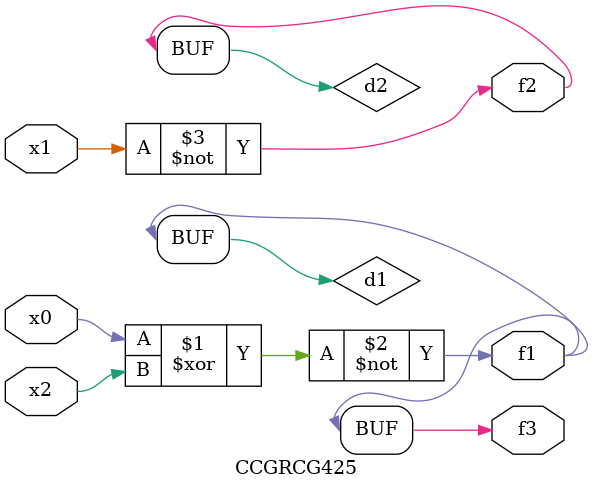
<source format=v>
module CCGRCG425(
	input x0, x1, x2,
	output f1, f2, f3
);

	wire d1, d2, d3;

	xnor (d1, x0, x2);
	nand (d2, x1);
	nor (d3, x1, x2);
	assign f1 = d1;
	assign f2 = d2;
	assign f3 = d1;
endmodule

</source>
